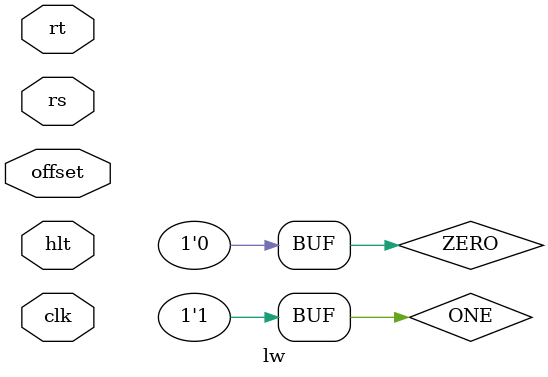
<source format=v>
module sw(input clk, input[3:0] rt, input[3:0] rs, input[3:0] offset, input hlt);
//store rt into mem[rs + offset]
  
   supply0 ZERO;
   supply1 ONE;

   wire[15:0] memlocation;
   reg[15:0] randy,rakim;
   
   
   rf RT(.clk(clk),.p0_addr(rt),.p1_addr(rs),.p0(randy),.p1(rakim),.re0(ONE),.re1(ONE),.dst_addr(ZERO),.dst(ZERO),.we(ZERO),.hlt(hlt));
   
   
   assign memlocation = rakim + offset;
   DM memory(.clk(clk),.addr(memlocation),.re(ZERO),.we(ONE),.wrt_data(randy), .rd_data(ZERO));

endmodule

module lw(input clk, input[3:0] rt, input[3:0] rs, input[3:0] offset, input hlt);
//load rt with rs + offset

   supply0 ZERO;
   supply1 ONE;

   
   reg[15:0] randy,rakim;
   wire[15:0] memlocation;
   
   rf Register(.clk(clk),.p0_addr(rs),.p1_addr(ZERO),.p0(rakim),.p1(ZERO),.re0(ONE),.re1(ZERO),.dst_addr(rt),.dst(randy),.we(ONE),.hlt(hlt));
   
   assign memlocation = rakim + offset;
   
   DM memory(.clk(clk),.addr(memlocation),.re(ONE),.we(ZERO),.wrt_data(ZERO), .rd_data(randy));

endmodule

</source>
